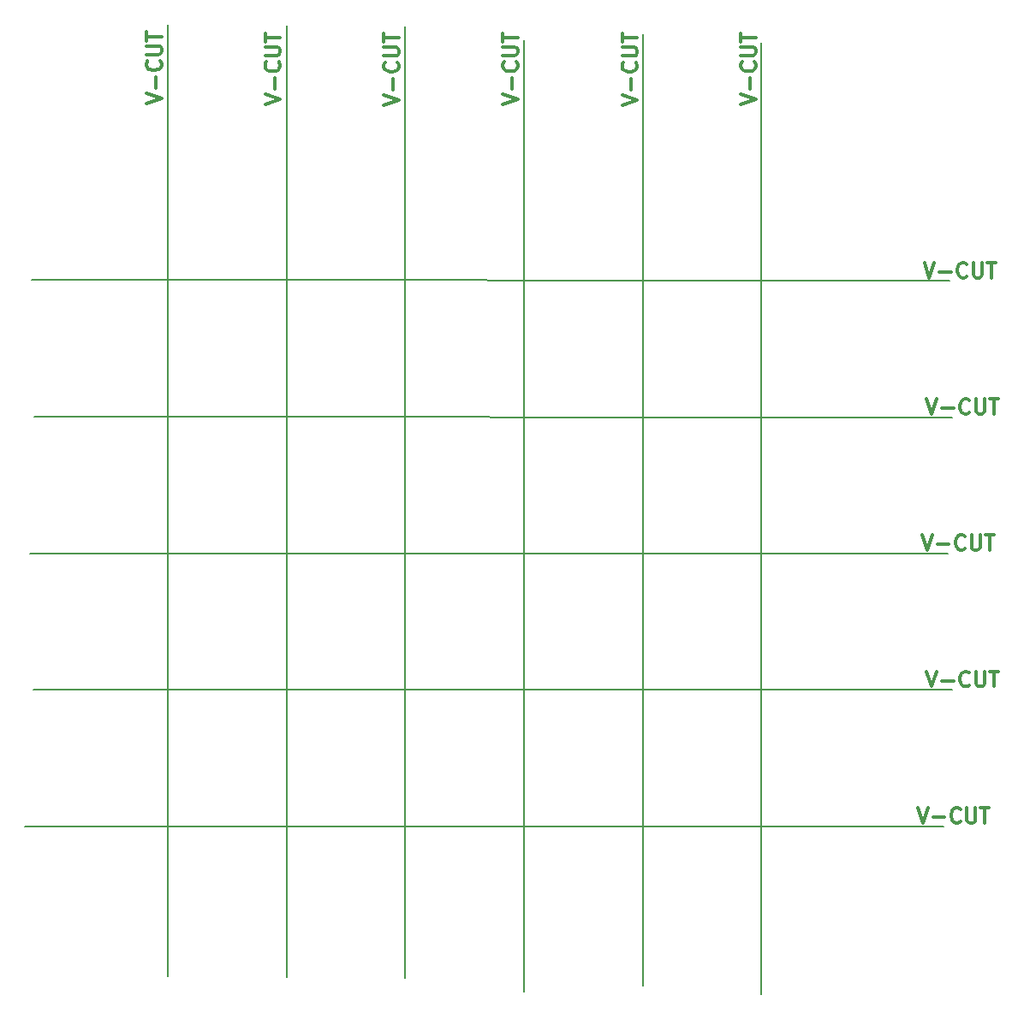
<source format=gbr>
G04 #@! TF.GenerationSoftware,KiCad,Pcbnew,5.1.0-060a0da~80~ubuntu18.04.1*
G04 #@! TF.CreationDate,2019-05-11T20:40:31+02:00*
G04 #@! TF.ProjectId,spi_connector_board_micromatch_only_5x5_panel,7370695f-636f-46e6-9e65-63746f725f62,rev?*
G04 #@! TF.SameCoordinates,Original*
G04 #@! TF.FileFunction,Other,Comment*
%FSLAX46Y46*%
G04 Gerber Fmt 4.6, Leading zero omitted, Abs format (unit mm)*
G04 Created by KiCad (PCBNEW 5.1.0-060a0da~80~ubuntu18.04.1) date 2019-05-11 20:40:31*
%MOMM*%
%LPD*%
G04 APERTURE LIST*
%ADD10C,0.150000*%
%ADD11C,0.300000*%
G04 APERTURE END LIST*
D10*
X75850000Y-140900000D02*
X166650000Y-140900000D01*
D11*
X164114285Y-139078571D02*
X164614285Y-140578571D01*
X165114285Y-139078571D01*
X165614285Y-140007142D02*
X166757142Y-140007142D01*
X168328571Y-140435714D02*
X168257142Y-140507142D01*
X168042857Y-140578571D01*
X167900000Y-140578571D01*
X167685714Y-140507142D01*
X167542857Y-140364285D01*
X167471428Y-140221428D01*
X167400000Y-139935714D01*
X167400000Y-139721428D01*
X167471428Y-139435714D01*
X167542857Y-139292857D01*
X167685714Y-139150000D01*
X167900000Y-139078571D01*
X168042857Y-139078571D01*
X168257142Y-139150000D01*
X168328571Y-139221428D01*
X168971428Y-139078571D02*
X168971428Y-140292857D01*
X169042857Y-140435714D01*
X169114285Y-140507142D01*
X169257142Y-140578571D01*
X169542857Y-140578571D01*
X169685714Y-140507142D01*
X169757142Y-140435714D01*
X169828571Y-140292857D01*
X169828571Y-139078571D01*
X170328571Y-139078571D02*
X171185714Y-139078571D01*
X170757142Y-140578571D02*
X170757142Y-139078571D01*
X165014285Y-125578571D02*
X165514285Y-127078571D01*
X166014285Y-125578571D01*
X166514285Y-126507142D02*
X167657142Y-126507142D01*
X169228571Y-126935714D02*
X169157142Y-127007142D01*
X168942857Y-127078571D01*
X168800000Y-127078571D01*
X168585714Y-127007142D01*
X168442857Y-126864285D01*
X168371428Y-126721428D01*
X168300000Y-126435714D01*
X168300000Y-126221428D01*
X168371428Y-125935714D01*
X168442857Y-125792857D01*
X168585714Y-125650000D01*
X168800000Y-125578571D01*
X168942857Y-125578571D01*
X169157142Y-125650000D01*
X169228571Y-125721428D01*
X169871428Y-125578571D02*
X169871428Y-126792857D01*
X169942857Y-126935714D01*
X170014285Y-127007142D01*
X170157142Y-127078571D01*
X170442857Y-127078571D01*
X170585714Y-127007142D01*
X170657142Y-126935714D01*
X170728571Y-126792857D01*
X170728571Y-125578571D01*
X171228571Y-125578571D02*
X172085714Y-125578571D01*
X171657142Y-127078571D02*
X171657142Y-125578571D01*
D10*
X76700000Y-127400000D02*
X167550000Y-127400000D01*
D11*
X164564285Y-112078571D02*
X165064285Y-113578571D01*
X165564285Y-112078571D01*
X166064285Y-113007142D02*
X167207142Y-113007142D01*
X168778571Y-113435714D02*
X168707142Y-113507142D01*
X168492857Y-113578571D01*
X168350000Y-113578571D01*
X168135714Y-113507142D01*
X167992857Y-113364285D01*
X167921428Y-113221428D01*
X167850000Y-112935714D01*
X167850000Y-112721428D01*
X167921428Y-112435714D01*
X167992857Y-112292857D01*
X168135714Y-112150000D01*
X168350000Y-112078571D01*
X168492857Y-112078571D01*
X168707142Y-112150000D01*
X168778571Y-112221428D01*
X169421428Y-112078571D02*
X169421428Y-113292857D01*
X169492857Y-113435714D01*
X169564285Y-113507142D01*
X169707142Y-113578571D01*
X169992857Y-113578571D01*
X170135714Y-113507142D01*
X170207142Y-113435714D01*
X170278571Y-113292857D01*
X170278571Y-112078571D01*
X170778571Y-112078571D02*
X171635714Y-112078571D01*
X171207142Y-113578571D02*
X171207142Y-112078571D01*
D10*
X76300000Y-113900000D02*
X167100000Y-113900000D01*
X76750000Y-100350000D02*
X167550000Y-100450000D01*
D11*
X165014285Y-98628571D02*
X165514285Y-100128571D01*
X166014285Y-98628571D01*
X166514285Y-99557142D02*
X167657142Y-99557142D01*
X169228571Y-99985714D02*
X169157142Y-100057142D01*
X168942857Y-100128571D01*
X168800000Y-100128571D01*
X168585714Y-100057142D01*
X168442857Y-99914285D01*
X168371428Y-99771428D01*
X168300000Y-99485714D01*
X168300000Y-99271428D01*
X168371428Y-98985714D01*
X168442857Y-98842857D01*
X168585714Y-98700000D01*
X168800000Y-98628571D01*
X168942857Y-98628571D01*
X169157142Y-98700000D01*
X169228571Y-98771428D01*
X169871428Y-98628571D02*
X169871428Y-99842857D01*
X169942857Y-99985714D01*
X170014285Y-100057142D01*
X170157142Y-100128571D01*
X170442857Y-100128571D01*
X170585714Y-100057142D01*
X170657142Y-99985714D01*
X170728571Y-99842857D01*
X170728571Y-98628571D01*
X171228571Y-98628571D02*
X172085714Y-98628571D01*
X171657142Y-100128571D02*
X171657142Y-98628571D01*
D10*
X148650000Y-63350000D02*
X148650000Y-157500000D01*
D11*
X146624571Y-69485214D02*
X148124571Y-68985214D01*
X146624571Y-68485214D01*
X147553142Y-67985214D02*
X147553142Y-66842357D01*
X147981714Y-65270928D02*
X148053142Y-65342357D01*
X148124571Y-65556642D01*
X148124571Y-65699500D01*
X148053142Y-65913785D01*
X147910285Y-66056642D01*
X147767428Y-66128071D01*
X147481714Y-66199500D01*
X147267428Y-66199500D01*
X146981714Y-66128071D01*
X146838857Y-66056642D01*
X146696000Y-65913785D01*
X146624571Y-65699500D01*
X146624571Y-65556642D01*
X146696000Y-65342357D01*
X146767428Y-65270928D01*
X146624571Y-64628071D02*
X147838857Y-64628071D01*
X147981714Y-64556642D01*
X148053142Y-64485214D01*
X148124571Y-64342357D01*
X148124571Y-64056642D01*
X148053142Y-63913785D01*
X147981714Y-63842357D01*
X147838857Y-63770928D01*
X146624571Y-63770928D01*
X146624571Y-63270928D02*
X146624571Y-62413785D01*
X148124571Y-62842357D02*
X146624571Y-62842357D01*
D10*
X136950000Y-62550000D02*
X136950000Y-156700000D01*
D11*
X134874571Y-69535214D02*
X136374571Y-69035214D01*
X134874571Y-68535214D01*
X135803142Y-68035214D02*
X135803142Y-66892357D01*
X136231714Y-65320928D02*
X136303142Y-65392357D01*
X136374571Y-65606642D01*
X136374571Y-65749500D01*
X136303142Y-65963785D01*
X136160285Y-66106642D01*
X136017428Y-66178071D01*
X135731714Y-66249500D01*
X135517428Y-66249500D01*
X135231714Y-66178071D01*
X135088857Y-66106642D01*
X134946000Y-65963785D01*
X134874571Y-65749500D01*
X134874571Y-65606642D01*
X134946000Y-65392357D01*
X135017428Y-65320928D01*
X134874571Y-64678071D02*
X136088857Y-64678071D01*
X136231714Y-64606642D01*
X136303142Y-64535214D01*
X136374571Y-64392357D01*
X136374571Y-64106642D01*
X136303142Y-63963785D01*
X136231714Y-63892357D01*
X136088857Y-63820928D01*
X134874571Y-63820928D01*
X134874571Y-63320928D02*
X134874571Y-62463785D01*
X136374571Y-62892357D02*
X134874571Y-62892357D01*
D10*
X125200000Y-63100000D02*
X125200000Y-157250000D01*
D11*
X123074571Y-69485214D02*
X124574571Y-68985214D01*
X123074571Y-68485214D01*
X124003142Y-67985214D02*
X124003142Y-66842357D01*
X124431714Y-65270928D02*
X124503142Y-65342357D01*
X124574571Y-65556642D01*
X124574571Y-65699500D01*
X124503142Y-65913785D01*
X124360285Y-66056642D01*
X124217428Y-66128071D01*
X123931714Y-66199500D01*
X123717428Y-66199500D01*
X123431714Y-66128071D01*
X123288857Y-66056642D01*
X123146000Y-65913785D01*
X123074571Y-65699500D01*
X123074571Y-65556642D01*
X123146000Y-65342357D01*
X123217428Y-65270928D01*
X123074571Y-64628071D02*
X124288857Y-64628071D01*
X124431714Y-64556642D01*
X124503142Y-64485214D01*
X124574571Y-64342357D01*
X124574571Y-64056642D01*
X124503142Y-63913785D01*
X124431714Y-63842357D01*
X124288857Y-63770928D01*
X123074571Y-63770928D01*
X123074571Y-63270928D02*
X123074571Y-62413785D01*
X124574571Y-62842357D02*
X123074571Y-62842357D01*
D10*
X113450000Y-61750000D02*
X113450000Y-155900000D01*
D11*
X111324571Y-69535214D02*
X112824571Y-69035214D01*
X111324571Y-68535214D01*
X112253142Y-68035214D02*
X112253142Y-66892357D01*
X112681714Y-65320928D02*
X112753142Y-65392357D01*
X112824571Y-65606642D01*
X112824571Y-65749500D01*
X112753142Y-65963785D01*
X112610285Y-66106642D01*
X112467428Y-66178071D01*
X112181714Y-66249500D01*
X111967428Y-66249500D01*
X111681714Y-66178071D01*
X111538857Y-66106642D01*
X111396000Y-65963785D01*
X111324571Y-65749500D01*
X111324571Y-65606642D01*
X111396000Y-65392357D01*
X111467428Y-65320928D01*
X111324571Y-64678071D02*
X112538857Y-64678071D01*
X112681714Y-64606642D01*
X112753142Y-64535214D01*
X112824571Y-64392357D01*
X112824571Y-64106642D01*
X112753142Y-63963785D01*
X112681714Y-63892357D01*
X112538857Y-63820928D01*
X111324571Y-63820928D01*
X111324571Y-63320928D02*
X111324571Y-62463785D01*
X112824571Y-62892357D02*
X111324571Y-62892357D01*
D10*
X101700000Y-61700000D02*
X101700000Y-155850000D01*
D11*
X99574571Y-69485214D02*
X101074571Y-68985214D01*
X99574571Y-68485214D01*
X100503142Y-67985214D02*
X100503142Y-66842357D01*
X100931714Y-65270928D02*
X101003142Y-65342357D01*
X101074571Y-65556642D01*
X101074571Y-65699500D01*
X101003142Y-65913785D01*
X100860285Y-66056642D01*
X100717428Y-66128071D01*
X100431714Y-66199500D01*
X100217428Y-66199500D01*
X99931714Y-66128071D01*
X99788857Y-66056642D01*
X99646000Y-65913785D01*
X99574571Y-65699500D01*
X99574571Y-65556642D01*
X99646000Y-65342357D01*
X99717428Y-65270928D01*
X99574571Y-64628071D02*
X100788857Y-64628071D01*
X100931714Y-64556642D01*
X101003142Y-64485214D01*
X101074571Y-64342357D01*
X101074571Y-64056642D01*
X101003142Y-63913785D01*
X100931714Y-63842357D01*
X100788857Y-63770928D01*
X99574571Y-63770928D01*
X99574571Y-63270928D02*
X99574571Y-62413785D01*
X101074571Y-62842357D02*
X99574571Y-62842357D01*
X164764285Y-85128571D02*
X165264285Y-86628571D01*
X165764285Y-85128571D01*
X166264285Y-86057142D02*
X167407142Y-86057142D01*
X168978571Y-86485714D02*
X168907142Y-86557142D01*
X168692857Y-86628571D01*
X168550000Y-86628571D01*
X168335714Y-86557142D01*
X168192857Y-86414285D01*
X168121428Y-86271428D01*
X168050000Y-85985714D01*
X168050000Y-85771428D01*
X168121428Y-85485714D01*
X168192857Y-85342857D01*
X168335714Y-85200000D01*
X168550000Y-85128571D01*
X168692857Y-85128571D01*
X168907142Y-85200000D01*
X168978571Y-85271428D01*
X169621428Y-85128571D02*
X169621428Y-86342857D01*
X169692857Y-86485714D01*
X169764285Y-86557142D01*
X169907142Y-86628571D01*
X170192857Y-86628571D01*
X170335714Y-86557142D01*
X170407142Y-86485714D01*
X170478571Y-86342857D01*
X170478571Y-85128571D01*
X170978571Y-85128571D02*
X171835714Y-85128571D01*
X171407142Y-86628571D02*
X171407142Y-85128571D01*
D10*
X76500000Y-86850000D02*
X167300000Y-86950000D01*
X89950000Y-61600000D02*
X89950000Y-155750000D01*
D11*
X87824571Y-69385214D02*
X89324571Y-68885214D01*
X87824571Y-68385214D01*
X88753142Y-67885214D02*
X88753142Y-66742357D01*
X89181714Y-65170928D02*
X89253142Y-65242357D01*
X89324571Y-65456642D01*
X89324571Y-65599500D01*
X89253142Y-65813785D01*
X89110285Y-65956642D01*
X88967428Y-66028071D01*
X88681714Y-66099500D01*
X88467428Y-66099500D01*
X88181714Y-66028071D01*
X88038857Y-65956642D01*
X87896000Y-65813785D01*
X87824571Y-65599500D01*
X87824571Y-65456642D01*
X87896000Y-65242357D01*
X87967428Y-65170928D01*
X87824571Y-64528071D02*
X89038857Y-64528071D01*
X89181714Y-64456642D01*
X89253142Y-64385214D01*
X89324571Y-64242357D01*
X89324571Y-63956642D01*
X89253142Y-63813785D01*
X89181714Y-63742357D01*
X89038857Y-63670928D01*
X87824571Y-63670928D01*
X87824571Y-63170928D02*
X87824571Y-62313785D01*
X89324571Y-62742357D02*
X87824571Y-62742357D01*
M02*

</source>
